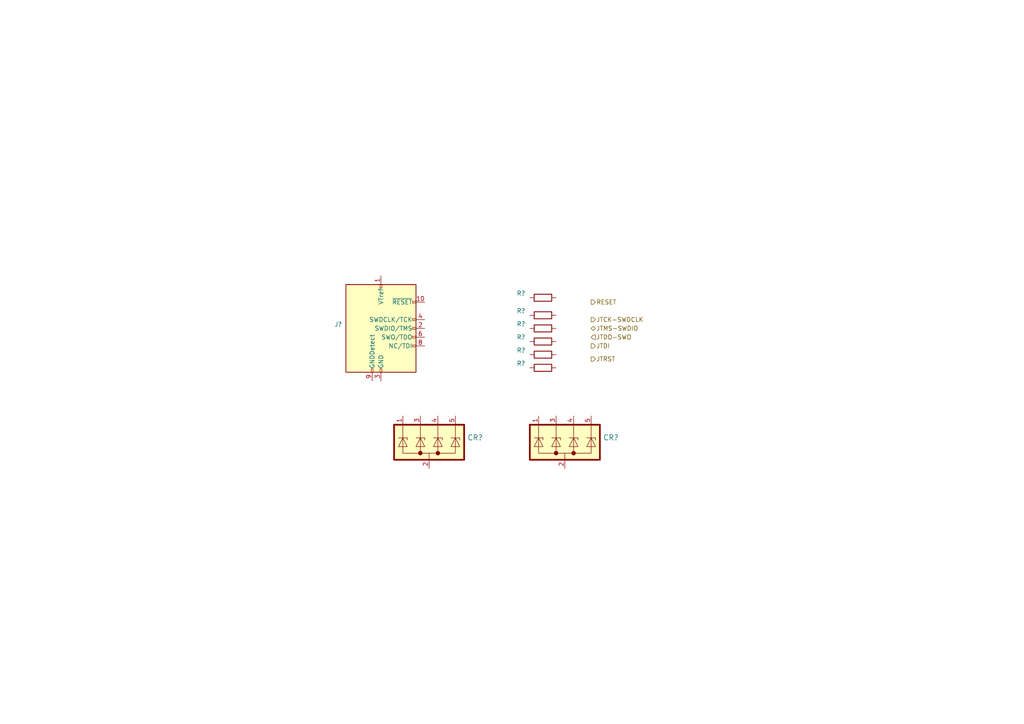
<source format=kicad_sch>
(kicad_sch (version 20211123) (generator eeschema)
  (paper "A4")
  (lib_symbols
    (symbol "Connector:Conn_ARM_JTAG_SWD_10" (pin_names (offset 1.016))
      (property "Reference" "J" (at -2.54 16.51 0))
      (property "Value" "Conn_ARM_JTAG_SWD_10" (at -2.54 13.97 0))
      (symbol "Conn_ARM_JTAG_SWD_10_0_1"
        (rectangle (start -10.16 12.7) (end 10.16 -12.7) (stroke (width 0.254)) (fill (type background)))
        (rectangle (start -2.794 -12.7) (end -2.286 -11.684))
        (rectangle (start -0.254 -12.7) (end 0.254 -11.684))
        (rectangle (start -0.254 12.7) (end 0.254 11.684))
        (rectangle (start 9.144 2.286) (end 10.16 2.794))
        (rectangle (start 10.16 -2.794) (end 9.144 -2.286))
        (rectangle (start 10.16 -0.254) (end 9.144 0.254))
        (rectangle (start 10.16 7.874) (end 9.144 7.366))
      )
      (symbol "Conn_ARM_JTAG_SWD_10_1_1"
        (rectangle (start 9.144 -5.334) (end 10.16 -4.826))
        (pin power_in line (at 0 15.24 270) (length 2.54) (name "VTref") (number "1"))
        (pin open_collector line (at 12.7 7.62 180) (length 2.54) (name "~{RESET}") (number "10"))
        (pin bidirectional line (at 12.7 0 180) (length 2.54) (name "SWDIO/TMS") (number "2"))
        (pin power_in line (at 0 -15.24 90) (length 2.54) (name "GND") (number "3"))
        (pin output line (at 12.7 2.54 180) (length 2.54) (name "SWDCLK/TCK") (number "4"))
        (pin passive line (at 0 -15.24 90) (length 2.54) hide (name "GND") (number "5"))
        (pin input line (at 12.7 -2.54 180) (length 2.54) (name "SWO/TDO") (number "6"))
        (pin no_connect line (at -10.16 0 0) (length 2.54) hide (name "KEY") (number "7"))
        (pin output line (at 12.7 -5.08 180) (length 2.54) (name "NC/TDI") (number "8"))
        (pin passive line (at -2.54 -15.24 90) (length 2.54) (name "GNDDetect") (number "9"))
      )
    )
    (symbol "Device:R" (pin_numbers hide) (pin_names (offset 0))
      (property "Reference" "R" (at 2.032 0 90))
      (property "Value" "R" (at 0 0 90))
      (symbol "R_0_1"
        (rectangle (start -1.016 -2.54) (end 1.016 2.54) (stroke (width 0.254)))
      )
      (symbol "R_1_1"
        (pin passive line (at 0 3.81 270) (length 1.27) (name "~") (number "1"))
        (pin passive line (at 0 -3.81 90) (length 1.27) (name "~") (number "2"))
      )
    )
    (symbol "ESDALC6V1W5:ESDALC6V1W5" (pin_names (offset 0.254))
      (property "Reference" "CR" (at 5.08 7.62 90))
      (property "Value" "ESDALC6V1W5" (at 7.62 7.62 90))
      (symbol "ESDALC6V1W5_1_1"
        (polyline (pts (xy 11.43 8.89) (xy 13.97 8.89)))
        (polyline (pts (xy 12.7 11.43) (xy 12.7 12.7)))
        (polyline (pts (xy 13.97 8.89) (xy 13.97 8.255)))
        (polyline (pts (xy 16.51 8.89) (xy 19.05 8.89)))
        (polyline (pts (xy 17.78 8.89) (xy 16.51 6.35)))
        (polyline (pts (xy 17.78 11.43) (xy 17.78 4.445)))
        (polyline (pts (xy 17.78 11.43) (xy 17.78 12.7)))
        (polyline (pts (xy 19.05 8.89) (xy 19.05 8.255)))
        (polyline (pts (xy 20.32 4.445) (xy 20.32 2.54)))
        (polyline (pts (xy 21.59 8.89) (xy 24.13 8.89)))
        (polyline (pts (xy 22.86 11.43) (xy 22.86 4.445)))
        (polyline (pts (xy 22.86 11.43) (xy 22.86 12.7)))
        (polyline (pts (xy 24.13 8.89) (xy 24.13 8.255)))
        (polyline (pts (xy 26.67 8.89) (xy 29.21 8.89)))
        (polyline (pts (xy 27.94 11.43) (xy 27.94 12.7)))
        (polyline (pts (xy 29.21 8.89) (xy 29.21 8.255)))
        (polyline (pts (xy 16.51 6.35) (xy 19.05 6.35) (xy 17.78 8.89)))
        (polyline (pts (xy 11.43 6.35) (xy 13.97 6.35) (xy 12.7 8.89) (xy 11.43 6.35)))
        (polyline (pts (xy 12.7 11.43) (xy 12.7 4.445) (xy 27.94 4.445) (xy 27.94 11.43)))
        (polyline (pts (xy 21.59 6.35) (xy 24.13 6.35) (xy 22.86 8.89) (xy 21.59 6.35)))
        (polyline (pts (xy 26.67 6.35) (xy 29.21 6.35) (xy 27.94 8.89) (xy 26.67 6.35)))
        (rectangle (start 10.16 12.7) (end 30.48 2.54) (stroke (width 0.508)) (fill (type background)))
        (circle (center 17.78 4.4704) (radius 0.127) (stroke (width 0.508)))
        (circle (center 22.86 4.445) (radius 0.127) (stroke (width 0.508)))
        (pin passive line (at 12.7 15.24 270) (length 2.54) (name "I/O1") (number "1"))
        (pin power_in line (at 20.32 0 90) (length 2.54) (name "GND") (number "2"))
        (pin passive line (at 17.78 15.24 270) (length 2.54) (name "I/O2") (number "3"))
        (pin passive line (at 22.86 15.24 270) (length 2.54) (name "I/O3") (number "4"))
        (pin passive line (at 27.94 15.24 270) (length 2.54) (name "I/O4") (number "5"))
      )
    )
  )
  (hierarchical_label "JTCK-SWDCLK" (shape output) (at 171.45 92.71 0))
  (hierarchical_label "JTDI" (shape output) (at 171.45 100.33 0))
  (hierarchical_label "JTDO-SWO" (shape input) (at 171.45 97.79 0))
  (hierarchical_label "RESET" (shape output) (at 171.45 87.63 0))
  (hierarchical_label "JTMS-SWDIO" (shape bidirectional) (at 171.45 95.25 0))
  (hierarchical_label "JTRST" (shape output) (at 171.45 104.14 0))
  (symbol (lib_id "Connector:Conn_ARM_JTAG_SWD_10") (at 110.49 95.25 0) (unit 1)
    (property "Reference" "J?" (at 99.2378 94.0816 0) (effects (justify right)))
    (property "Datasheet" "http://infocenter.arm.com/help/topic/com.arm.doc.ddi0314h/DDI0314H_coresight_components_trm.pdf" (effects hide))
  )
  (symbol (lib_id "Device:R") (at 157.48 86.36 270) (unit 1)
    (property "Reference" "R?" (at 151.13 85.09 90))
  )
  (symbol (lib_id "Device:R") (at 157.48 91.44 270) (unit 1)
    (property "Reference" "R?" (at 151.13 90.17 90))
  )
  (symbol (lib_id "Device:R") (at 157.48 95.25 270) (unit 1)
    (property "Reference" "R?" (at 151.13 93.98 90))
  )
  (symbol (lib_id "Device:R") (at 157.48 99.06 270) (unit 1)
    (property "Reference" "R?" (at 151.13 97.79 90))
  )
  (symbol (lib_id "Device:R") (at 157.48 102.87 270) (unit 1)
    (property "Reference" "R?" (at 151.13 101.6 90))
  )
  (symbol (lib_id "Device:R") (at 157.48 106.68 270) (unit 1)
    (property "Reference" "R?" (at 151.13 105.41 90))
  )
  (symbol (lib_id "ESDALC6V1W5:ESDALC6V1W5") (at 104.14 135.89 0) (unit 1)
    (property "Reference" "CR?" (at 135.509 126.9238 0) (effects (font (size 1.524 1.524)) (justify left)))
  )
  (symbol (lib_id "ESDALC6V1W5:ESDALC6V1W5") (at 143.51 135.89 0) (unit 1)
    (property "Reference" "CR?" (at 174.879 126.9238 0) (effects (font (size 1.524 1.524)) (justify left)))
  )
)
</source>
